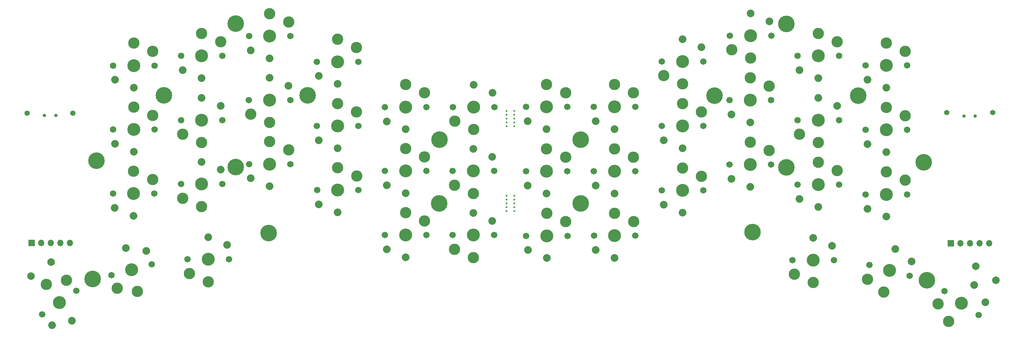
<source format=gbr>
%TF.GenerationSoftware,KiCad,Pcbnew,(6.0.5-0)*%
%TF.CreationDate,2023-01-31T11:57:15-08:00*%
%TF.ProjectId,Swept_3x6,53776570-745f-4337-9836-2e6b69636164,rev?*%
%TF.SameCoordinates,Original*%
%TF.FileFunction,Soldermask,Top*%
%TF.FilePolarity,Negative*%
%FSLAX46Y46*%
G04 Gerber Fmt 4.6, Leading zero omitted, Abs format (unit mm)*
G04 Created by KiCad (PCBNEW (6.0.5-0)) date 2023-01-31 11:57:15*
%MOMM*%
%LPD*%
G01*
G04 APERTURE LIST*
%ADD10C,4.400000*%
%ADD11C,1.701800*%
%ADD12C,3.000000*%
%ADD13C,3.429000*%
%ADD14C,2.032000*%
%ADD15C,0.500000*%
%ADD16C,2.000000*%
%ADD17C,1.397000*%
%ADD18O,1.700000X1.700000*%
%ADD19R,1.700000X1.700000*%
%ADD20C,0.900000*%
G04 APERTURE END LIST*
D10*
%TO.C,*%
X166830000Y-54630000D03*
%TD*%
%TO.C,*%
X166820000Y-71570000D03*
%TD*%
%TO.C,*%
X129320000Y-71540000D03*
%TD*%
%TO.C,*%
X129350000Y-54610000D03*
%TD*%
D11*
%TO.C,SW16*%
X188276600Y-68122800D03*
D12*
X193776600Y-62172800D03*
X198776600Y-64372800D03*
D13*
X193776600Y-68122800D03*
D11*
X199276600Y-68122800D03*
D14*
X193776600Y-74022800D03*
X188776600Y-71922800D03*
%TD*%
D12*
%TO.C,SW20*%
X223473000Y-90389400D03*
D11*
X222973000Y-86639400D03*
D12*
X228473000Y-92589400D03*
D11*
X233973000Y-86639400D03*
D13*
X228473000Y-86639400D03*
D14*
X228473000Y-80739400D03*
X233473000Y-82839400D03*
%TD*%
D12*
%TO.C,SW15*%
X180818800Y-76387000D03*
D11*
X181318800Y-80137000D03*
D12*
X175818800Y-74187000D03*
D13*
X175818800Y-80137000D03*
D11*
X170318800Y-80137000D03*
D14*
X175818800Y-86037000D03*
X170818800Y-83937000D03*
%TD*%
D12*
%TO.C,SW21*%
X247126027Y-95104459D03*
D13*
X248666000Y-89357200D03*
D11*
X253978592Y-90780705D03*
D12*
X242865799Y-91685327D03*
D11*
X243353408Y-87933695D03*
D14*
X250193032Y-83658238D03*
X254479142Y-86980777D03*
%TD*%
D13*
%TO.C,SW17*%
X211785200Y-61239400D03*
D12*
X216785200Y-57489400D03*
D11*
X217285200Y-61239400D03*
D12*
X211785200Y-55289400D03*
D11*
X206285200Y-61239400D03*
D14*
X211785200Y-67139400D03*
X206785200Y-65039400D03*
%TD*%
D13*
%TO.C,SW18*%
X229793800Y-66598800D03*
D11*
X224293800Y-66598800D03*
X235293800Y-66598800D03*
D12*
X229793800Y-60648800D03*
X234793800Y-62848800D03*
D14*
X229793800Y-72498800D03*
X224793800Y-70398800D03*
%TD*%
D13*
%TO.C,SW4*%
X193802000Y-33883600D03*
D12*
X193802000Y-39833600D03*
X188802000Y-37633600D03*
D11*
X199302000Y-33883600D03*
X188302000Y-33883600D03*
D14*
X193802000Y-27983600D03*
X198802000Y-30083600D03*
%TD*%
D13*
%TO.C,SW3*%
X175793400Y-45923200D03*
D11*
X181293400Y-45923200D03*
D12*
X180793400Y-42173200D03*
D11*
X170293400Y-45923200D03*
D12*
X175793400Y-39973200D03*
D14*
X175793400Y-51823200D03*
X170793400Y-49723200D03*
%TD*%
D11*
%TO.C,SW9*%
X170293400Y-63017400D03*
D12*
X180793400Y-59267400D03*
D11*
X181293400Y-63017400D03*
D12*
X175793400Y-57067400D03*
D13*
X175793400Y-63017400D03*
D14*
X175793400Y-68917400D03*
X170793400Y-66817400D03*
%TD*%
D12*
%TO.C,SW14*%
X157810200Y-74212400D03*
D13*
X157810200Y-80162400D03*
D11*
X152310200Y-80162400D03*
X163310200Y-80162400D03*
D12*
X162810200Y-76412400D03*
D14*
X157810200Y-86062400D03*
X152810200Y-83962400D03*
%TD*%
D11*
%TO.C,SW12*%
X224293800Y-49479200D03*
D12*
X229793800Y-55429200D03*
D11*
X235293800Y-49479200D03*
D12*
X224793800Y-53229200D03*
D13*
X229793800Y-49479200D03*
D14*
X229793800Y-43579200D03*
X234793800Y-45679200D03*
%TD*%
D12*
%TO.C,SW11*%
X211785200Y-38169800D03*
D11*
X206285200Y-44119800D03*
X217285200Y-44119800D03*
D13*
X211785200Y-44119800D03*
D12*
X216785200Y-40369800D03*
D14*
X211785200Y-50019800D03*
X206785200Y-47919800D03*
%TD*%
D12*
%TO.C,SW8*%
X162784800Y-59292800D03*
D11*
X152284800Y-63042800D03*
D12*
X157784800Y-57092800D03*
D13*
X157784800Y-63042800D03*
D11*
X163284800Y-63042800D03*
D14*
X157784800Y-68942800D03*
X152784800Y-66842800D03*
%TD*%
D12*
%TO.C,SW6*%
X234819200Y-28609600D03*
X229819200Y-26409600D03*
D11*
X235319200Y-32359600D03*
D13*
X229819200Y-32359600D03*
D11*
X224319200Y-32359600D03*
D14*
X229819200Y-38259600D03*
X224819200Y-36159600D03*
%TD*%
D13*
%TO.C,SW5*%
X211810600Y-27025600D03*
D11*
X217310600Y-27025600D03*
D12*
X206810600Y-30775600D03*
D11*
X206310600Y-27025600D03*
D12*
X211810600Y-32975600D03*
D14*
X211810600Y-21125600D03*
X216810600Y-23225600D03*
%TD*%
D12*
%TO.C,SW2*%
X157784800Y-39973200D03*
D11*
X163284800Y-45923200D03*
D13*
X157784800Y-45923200D03*
D11*
X152284800Y-45923200D03*
D12*
X162784800Y-42173200D03*
D14*
X157784800Y-51823200D03*
X152784800Y-49723200D03*
%TD*%
D15*
%TO.C,mouse-bite-2mm-slot*%
X147142200Y-51079400D03*
X147142200Y-48031400D03*
X147142200Y-49047400D03*
X149174200Y-48031400D03*
X149174200Y-49047400D03*
X147142200Y-50063400D03*
X149174200Y-50063400D03*
X149174200Y-51079400D03*
X149174200Y-47015400D03*
X147142200Y-47015400D03*
%TD*%
%TO.C,mouse-bite-2mm-slot*%
X149199600Y-73583800D03*
X149199600Y-70535800D03*
X147167600Y-70535800D03*
X147167600Y-73583800D03*
X147167600Y-71551800D03*
X149199600Y-71551800D03*
X149199600Y-72567800D03*
X147167600Y-69519800D03*
X147167600Y-72567800D03*
X149199600Y-69519800D03*
%TD*%
D16*
%TO.C,RSW1*%
X276852244Y-91994123D03*
X271527756Y-88265877D03*
%TD*%
D11*
%TO.C,SW10*%
X188276600Y-51003200D03*
X199276600Y-51003200D03*
D12*
X193776600Y-45053200D03*
X198776600Y-47253200D03*
D13*
X193776600Y-51003200D03*
D14*
X193776600Y-56903200D03*
X188776600Y-54803200D03*
%TD*%
D10*
%TO.C,REF\u002A\u002A*%
X240352000Y-42936000D03*
X202252000Y-42936000D03*
X221302000Y-23886000D03*
X221302000Y-61986000D03*
%TD*%
D11*
%TO.C,SW17_r1*%
X89878800Y-61112400D03*
X78878800Y-61112400D03*
D12*
X89378800Y-57362400D03*
X84378800Y-55162400D03*
D13*
X84378800Y-61112400D03*
D14*
X84378800Y-67012400D03*
X79378800Y-64912400D03*
%TD*%
D11*
%TO.C,SW11_r1*%
X89853400Y-44119800D03*
X78853400Y-44119800D03*
D12*
X79353400Y-47869800D03*
D13*
X84353400Y-44119800D03*
D12*
X84353400Y-50069800D03*
D14*
X84353400Y-38219800D03*
X89353400Y-40319800D03*
%TD*%
D11*
%TO.C,SW15_r1*%
X114896000Y-79959200D03*
D12*
X120396000Y-74009200D03*
D13*
X120396000Y-79959200D03*
D11*
X125896000Y-79959200D03*
D12*
X125396000Y-76209200D03*
D14*
X120396000Y-85859200D03*
X115396000Y-83759200D03*
%TD*%
D11*
%TO.C,SW18_r1*%
X60844800Y-66421000D03*
D12*
X66344800Y-72371000D03*
D13*
X66344800Y-66421000D03*
D11*
X71844800Y-66421000D03*
D12*
X61344800Y-70171000D03*
D14*
X66344800Y-60521000D03*
X71344800Y-62621000D03*
%TD*%
D11*
%TO.C,SW6_r1*%
X60844800Y-32359600D03*
D12*
X71344800Y-28609600D03*
X66344800Y-26409600D03*
D11*
X71844800Y-32359600D03*
D13*
X66344800Y-32359600D03*
D14*
X66344800Y-38259600D03*
X61344800Y-36159600D03*
%TD*%
D11*
%TO.C,SW5_r1*%
X78878800Y-27101800D03*
X89878800Y-27101800D03*
D12*
X89378800Y-23351800D03*
D13*
X84378800Y-27101800D03*
D12*
X84378800Y-21151800D03*
D14*
X84378800Y-33001800D03*
X79378800Y-30901800D03*
%TD*%
D11*
%TO.C,SW2_r1*%
X143904600Y-45974000D03*
D12*
X138404600Y-51924000D03*
X133404600Y-49724000D03*
D11*
X132904600Y-45974000D03*
D13*
X138404600Y-45974000D03*
D14*
X138404600Y-40074000D03*
X143404600Y-42174000D03*
%TD*%
D11*
%TO.C,SW16_r1*%
X96912800Y-67995800D03*
D12*
X102412800Y-62045800D03*
D13*
X102412800Y-67995800D03*
D11*
X107912800Y-67995800D03*
D12*
X107412800Y-64245800D03*
D14*
X102412800Y-73895800D03*
X97412800Y-71795800D03*
%TD*%
D13*
%TO.C,SW4_r1*%
X102387400Y-33934400D03*
D12*
X107387400Y-30184400D03*
X102387400Y-27984400D03*
D11*
X96887400Y-33934400D03*
X107887400Y-33934400D03*
D14*
X102387400Y-39834400D03*
X97387400Y-37734400D03*
%TD*%
D12*
%TO.C,SW13_r1*%
X48336200Y-45993000D03*
D11*
X53836200Y-51943000D03*
D12*
X53336200Y-48193000D03*
D11*
X42836200Y-51943000D03*
D13*
X48336200Y-51943000D03*
D14*
X48336200Y-57843000D03*
X43336200Y-55743000D03*
%TD*%
D12*
%TO.C,SW12_r1*%
X66344800Y-55378400D03*
D11*
X71844800Y-49428400D03*
X60844800Y-49428400D03*
D13*
X66344800Y-49428400D03*
D12*
X61344800Y-53178400D03*
D14*
X66344800Y-43528400D03*
X71344800Y-45628400D03*
%TD*%
D11*
%TO.C,SW3_r1*%
X114896000Y-45974000D03*
D13*
X120396000Y-45974000D03*
D11*
X125896000Y-45974000D03*
D12*
X125396000Y-42224000D03*
X120396000Y-40024000D03*
D14*
X120396000Y-51874000D03*
X115396000Y-49774000D03*
%TD*%
D11*
%TO.C,SW8_r1*%
X143879200Y-62966600D03*
D13*
X138379200Y-62966600D03*
D11*
X132879200Y-62966600D03*
D12*
X133379200Y-66716600D03*
X138379200Y-68916600D03*
D14*
X138379200Y-57066600D03*
X143379200Y-59166600D03*
%TD*%
D13*
%TO.C,SW21_r1*%
X47777400Y-89154000D03*
D12*
X49317373Y-94901259D03*
D11*
X42464808Y-90577505D03*
D12*
X43918342Y-94070317D03*
D11*
X53089992Y-87730495D03*
D14*
X46250368Y-83455038D03*
X51623517Y-84189387D03*
%TD*%
D11*
%TO.C,SW9_r1*%
X125896000Y-62966600D03*
D12*
X120396000Y-57016600D03*
D11*
X114896000Y-62966600D03*
D13*
X120396000Y-62966600D03*
D12*
X125396000Y-59216600D03*
D14*
X120396000Y-68866600D03*
X115396000Y-66766600D03*
%TD*%
D12*
%TO.C,SW20_r1*%
X68072000Y-92360800D03*
D11*
X73572000Y-86410800D03*
D12*
X63072000Y-90160800D03*
D13*
X68072000Y-86410800D03*
D11*
X62572000Y-86410800D03*
D14*
X68072000Y-80510800D03*
X73072000Y-82610800D03*
%TD*%
D13*
%TO.C,SW7_r1*%
X48336200Y-34950400D03*
D12*
X53336200Y-31200400D03*
D11*
X42836200Y-34950400D03*
D12*
X48336200Y-29000400D03*
D11*
X53836200Y-34950400D03*
D14*
X48336200Y-40850400D03*
X43336200Y-38750400D03*
%TD*%
D10*
%TO.C,REF\u002A\u002A*%
X94407400Y-42878400D03*
X56307400Y-42878400D03*
X75357400Y-61928400D03*
X75357400Y-23828400D03*
%TD*%
D16*
%TO.C,RSW2*%
X26412244Y-87115877D03*
X21087756Y-90844123D03*
%TD*%
D12*
%TO.C,SW13*%
X247827800Y-46094600D03*
D13*
X247827800Y-52044600D03*
D11*
X253327800Y-52044600D03*
D12*
X252827800Y-48294600D03*
D11*
X242327800Y-52044600D03*
D14*
X247827800Y-57944600D03*
X242827800Y-55844600D03*
%TD*%
D10*
%TO.C,*%
X212360000Y-79150000D03*
%TD*%
D13*
%TO.C,SW22*%
X267766800Y-98044000D03*
D11*
X272272136Y-101198670D03*
D12*
X264354020Y-102917955D03*
D11*
X263261464Y-94889330D03*
D12*
X261520128Y-98247938D03*
D14*
X271150901Y-93211003D03*
X274042151Y-97799104D03*
%TD*%
D12*
%TO.C,SW19*%
X252827800Y-65414200D03*
D13*
X247827800Y-69164200D03*
D12*
X247827800Y-63214200D03*
D11*
X242327800Y-69164200D03*
X253327800Y-69164200D03*
D14*
X247827800Y-75064200D03*
X242827800Y-72964200D03*
%TD*%
D10*
%TO.C,*%
X257750000Y-60620000D03*
%TD*%
D11*
%TO.C,SW19_r1*%
X53810800Y-68961000D03*
X42810800Y-68961000D03*
D12*
X53310800Y-65211000D03*
D13*
X48310800Y-68961000D03*
D12*
X48310800Y-63011000D03*
D14*
X48310800Y-74861000D03*
X43310800Y-72761000D03*
%TD*%
D10*
%TO.C,*%
X37450000Y-91600000D03*
%TD*%
D17*
%TO.C,Bat+1*%
X263855200Y-47396400D03*
%TD*%
D12*
%TO.C,SW10_r1*%
X102387400Y-45027800D03*
D11*
X96887400Y-50977800D03*
X107887400Y-50977800D03*
D12*
X107387400Y-47227800D03*
D13*
X102387400Y-50977800D03*
D14*
X102387400Y-56877800D03*
X97387400Y-54777800D03*
%TD*%
D11*
%TO.C,SW22_r1*%
X24079200Y-101066600D03*
D12*
X30529385Y-91972228D03*
X25171756Y-93037975D03*
D11*
X33089872Y-94757260D03*
D13*
X28584536Y-97911930D03*
D14*
X31968637Y-102744927D03*
X26668366Y-103892590D03*
%TD*%
D17*
%TO.C,BatGND1*%
X275996400Y-47447200D03*
%TD*%
%TO.C,Bat+r1*%
X20040600Y-47574200D03*
%TD*%
D10*
%TO.C,*%
X258610000Y-91950000D03*
%TD*%
D18*
%TO.C,J1*%
X275125000Y-82180000D03*
X272585000Y-82180000D03*
X270045000Y-82180000D03*
X267505000Y-82180000D03*
D19*
X264965000Y-82180000D03*
%TD*%
D10*
%TO.C,*%
X38450000Y-60260000D03*
%TD*%
D12*
%TO.C,SW14_r1*%
X133379200Y-83734600D03*
D13*
X138379200Y-79984600D03*
D11*
X143879200Y-79984600D03*
D12*
X138379200Y-85934600D03*
D11*
X132879200Y-79984600D03*
D14*
X138379200Y-74084600D03*
X143379200Y-76184600D03*
%TD*%
D11*
%TO.C,SW7*%
X242327800Y-34925000D03*
X253327800Y-34925000D03*
D13*
X247827800Y-34925000D03*
D12*
X247827800Y-28975000D03*
X252827800Y-31175000D03*
D14*
X247827800Y-40825000D03*
X242827800Y-38725000D03*
%TD*%
D10*
%TO.C,*%
X84080000Y-79480000D03*
%TD*%
D19*
%TO.C,J2*%
X21230000Y-82090000D03*
D18*
X23770000Y-82090000D03*
X26310000Y-82090000D03*
X28850000Y-82090000D03*
X31390000Y-82090000D03*
%TD*%
D17*
%TO.C,BatGND4*%
X32207200Y-47625000D03*
%TD*%
D20*
%TO.C,SW_POWER1*%
X268375000Y-48328800D03*
X271375000Y-48328800D03*
%TD*%
%TO.C,SW_POWERR1*%
X27662000Y-48201800D03*
X24662000Y-48201800D03*
%TD*%
M02*

</source>
